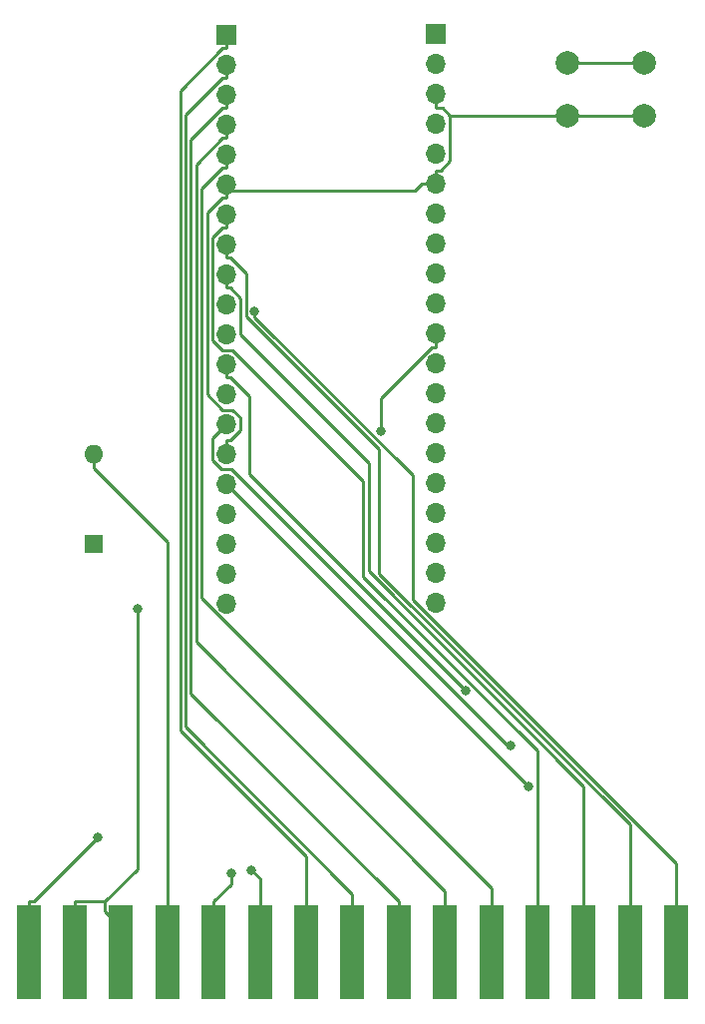
<source format=gbr>
%TF.GenerationSoftware,KiCad,Pcbnew,8.0.3*%
%TF.CreationDate,2024-07-04T23:27:00+02:00*%
%TF.ProjectId,PicoPAC,5069636f-5041-4432-9e6b-696361645f70,rev?*%
%TF.SameCoordinates,Original*%
%TF.FileFunction,Copper,L2,Bot*%
%TF.FilePolarity,Positive*%
%FSLAX46Y46*%
G04 Gerber Fmt 4.6, Leading zero omitted, Abs format (unit mm)*
G04 Created by KiCad (PCBNEW 8.0.3) date 2024-07-04 23:27:00*
%MOMM*%
%LPD*%
G01*
G04 APERTURE LIST*
%TA.AperFunction,ComponentPad*%
%ADD10R,1.700000X1.700000*%
%TD*%
%TA.AperFunction,ComponentPad*%
%ADD11O,1.700000X1.700000*%
%TD*%
%TA.AperFunction,ComponentPad*%
%ADD12C,2.000000*%
%TD*%
%TA.AperFunction,ComponentPad*%
%ADD13R,1.600000X1.600000*%
%TD*%
%TA.AperFunction,ComponentPad*%
%ADD14O,1.600000X1.600000*%
%TD*%
%TA.AperFunction,SMDPad,CuDef*%
%ADD15R,2.000000X8.000000*%
%TD*%
%TA.AperFunction,ViaPad*%
%ADD16C,0.800000*%
%TD*%
%TA.AperFunction,Conductor*%
%ADD17C,0.250000*%
%TD*%
%TA.AperFunction,Conductor*%
%ADD18C,1.000000*%
%TD*%
G04 APERTURE END LIST*
D10*
%TO.P,J3,1,Pin_1*%
%TO.N,unconnected-(J3-Pin_1-Pad1)*%
X61100000Y-56120000D03*
D11*
%TO.P,J3,2,Pin_2*%
%TO.N,Net-(D1-K)*%
X61100000Y-58660000D03*
%TO.P,J3,3,Pin_3*%
%TO.N,GND*%
X61100000Y-61200000D03*
%TO.P,J3,4,Pin_4*%
%TO.N,unconnected-(J3-Pin_4-Pad4)*%
X61100000Y-63740000D03*
%TO.P,J3,5,Pin_5*%
%TO.N,unconnected-(J3-Pin_5-Pad5)*%
X61100000Y-66280000D03*
%TO.P,J3,6,Pin_6*%
%TO.N,GND*%
X61100000Y-68820000D03*
%TO.P,J3,7,Pin_7*%
%TO.N,RST*%
X61100000Y-71360000D03*
%TO.P,J3,8,Pin_8*%
%TO.N,unconnected-(J3-Pin_8-Pad8)*%
X61100000Y-73900000D03*
%TO.P,J3,9,Pin_9*%
%TO.N,unconnected-(J3-Pin_9-Pad9)*%
X61100000Y-76440000D03*
%TO.P,J3,10,Pin_10*%
%TO.N,T0*%
X61100000Y-78980000D03*
%TO.P,J3,11,Pin_11*%
%TO.N,~{CS}*%
X61100000Y-81520000D03*
%TO.P,J3,12,Pin_12*%
%TO.N,GND*%
X61100000Y-84060000D03*
%TO.P,J3,13,Pin_13*%
%TO.N,unconnected-(J3-Pin_13-Pad13)*%
X61100000Y-86600000D03*
%TO.P,J3,14,Pin_14*%
%TO.N,CS*%
X61100000Y-89140000D03*
%TO.P,J3,15,Pin_15*%
%TO.N,~{WR}*%
X61100000Y-91680000D03*
%TO.P,J3,16,Pin_16*%
%TO.N,~{PSEN}*%
X61100000Y-94220000D03*
%TO.P,J3,17,Pin_17*%
%TO.N,D7*%
X61100000Y-96760000D03*
%TO.P,J3,18,Pin_18*%
%TO.N,D6*%
X61100000Y-99300000D03*
%TO.P,J3,19,Pin_19*%
%TO.N,D5*%
X61100000Y-101840000D03*
%TO.P,J3,20,Pin_20*%
%TO.N,D4*%
X61100000Y-104380000D03*
%TD*%
D10*
%TO.P,J2,1,Pin_1*%
%TO.N,A0*%
X43300000Y-56125000D03*
D11*
%TO.P,J2,2,Pin_2*%
%TO.N,A1*%
X43300000Y-58665000D03*
%TO.P,J2,3,Pin_3*%
%TO.N,A2*%
X43300000Y-61205000D03*
%TO.P,J2,4,Pin_4*%
%TO.N,A3*%
X43300000Y-63745000D03*
%TO.P,J2,5,Pin_5*%
%TO.N,A4*%
X43300000Y-66285000D03*
%TO.P,J2,6,Pin_6*%
%TO.N,GND*%
X43300000Y-68825000D03*
%TO.P,J2,7,Pin_7*%
%TO.N,A5*%
X43300000Y-71365000D03*
%TO.P,J2,8,Pin_8*%
%TO.N,A6*%
X43300000Y-73905000D03*
%TO.P,J2,9,Pin_9*%
%TO.N,A7*%
X43300000Y-76445000D03*
%TO.P,J2,10,Pin_10*%
%TO.N,A8*%
X43300000Y-78985000D03*
%TO.P,J2,11,Pin_11*%
%TO.N,A9*%
X43300000Y-81525000D03*
%TO.P,J2,12,Pin_12*%
%TO.N,A10*%
X43300000Y-84065000D03*
%TO.P,J2,13,Pin_13*%
%TO.N,A11*%
X43300000Y-86605000D03*
%TO.P,J2,14,Pin_14*%
%TO.N,A12*%
X43300000Y-89145000D03*
%TO.P,J2,15,Pin_15*%
%TO.N,GND*%
X43300000Y-91685000D03*
%TO.P,J2,16,Pin_16*%
%TO.N,A13*%
X43300000Y-94225000D03*
%TO.P,J2,17,Pin_17*%
%TO.N,D0*%
X43300000Y-96765000D03*
%TO.P,J2,18,Pin_18*%
%TO.N,D1*%
X43300000Y-99305000D03*
%TO.P,J2,19,Pin_19*%
%TO.N,D2*%
X43300000Y-101845000D03*
%TO.P,J2,20,Pin_20*%
%TO.N,D3*%
X43300000Y-104385000D03*
%TD*%
D12*
%TO.P,SW1,1,1*%
%TO.N,RST*%
X72275000Y-58525000D03*
X78775000Y-58525000D03*
%TO.P,SW1,2,2*%
%TO.N,GND*%
X72275000Y-63025000D03*
X78775000Y-63025000D03*
%TD*%
D13*
%TO.P,D1,1,K*%
%TO.N,Net-(D1-K)*%
X32015000Y-99375000D03*
D14*
%TO.P,D1,2,A*%
%TO.N,+5V*%
X32015000Y-91755000D03*
%TD*%
D15*
%TO.P,J1,A,#WR*%
%TO.N,~{WR}*%
X26500000Y-134000000D03*
%TO.P,J1,B,GND*%
%TO.N,GND*%
X30429000Y-134000000D03*
%TO.P,J1,C,GND*%
X34357000Y-134000000D03*
%TO.P,J1,D,5V*%
%TO.N,+5V*%
X38286000Y-134000000D03*
%TO.P,J1,E,#CS*%
%TO.N,~{CS}*%
X42214000Y-134000000D03*
%TO.P,J1,F,#PSEN*%
%TO.N,~{PSEN}*%
X46143000Y-134000000D03*
%TO.P,J1,G,A0*%
%TO.N,A0*%
X50071000Y-134000000D03*
%TO.P,J1,H,A1*%
%TO.N,A1*%
X54000000Y-134000000D03*
%TO.P,J1,J,A2*%
%TO.N,A2*%
X57929000Y-134000000D03*
%TO.P,J1,K,A3*%
%TO.N,A3*%
X61857000Y-134000000D03*
%TO.P,J1,L,A4*%
%TO.N,A4*%
X65786000Y-134000000D03*
%TO.P,J1,M,A5*%
%TO.N,A5*%
X69714000Y-134000000D03*
%TO.P,J1,N,A7*%
%TO.N,A7*%
X73643000Y-134000000D03*
%TO.P,J1,P,A6*%
%TO.N,A6*%
X77571000Y-134000000D03*
%TO.P,J1,R,A8*%
%TO.N,A8*%
X81500000Y-134000000D03*
%TD*%
D16*
%TO.N,~{WR}*%
X32385400Y-124231600D03*
%TO.N,A13*%
X68956600Y-119881600D03*
%TO.N,A8*%
X45702700Y-79611500D03*
%TO.N,A12*%
X67449900Y-116427600D03*
%TO.N,~{PSEN}*%
X45415700Y-127003600D03*
%TO.N,~{CS}*%
X43677400Y-127266100D03*
X56442500Y-89811600D03*
%TO.N,A10*%
X63575000Y-111780300D03*
%TO.N,GND*%
X35740200Y-104834500D03*
%TD*%
D17*
%TO.N,RST*%
X72275000Y-58525000D02*
X78775000Y-58525000D01*
%TO.N,~{WR}*%
X26500000Y-134000000D02*
X26500000Y-129673300D01*
X26943700Y-129673300D02*
X32385400Y-124231600D01*
X26500000Y-129673300D02*
X26943700Y-129673300D01*
%TO.N,A3*%
X43300000Y-63745000D02*
X43300000Y-64921700D01*
X42941900Y-64921700D02*
X43300000Y-64921700D01*
X40725600Y-67138000D02*
X42941900Y-64921700D01*
X40725600Y-107668400D02*
X40725600Y-67138000D01*
X61857000Y-128799800D02*
X40725600Y-107668400D01*
X61857000Y-134000000D02*
X61857000Y-128799800D01*
%TO.N,A13*%
X68956600Y-119881600D02*
X43300000Y-94225000D01*
%TO.N,A8*%
X81500000Y-126444200D02*
X81500000Y-134000000D01*
X59133200Y-104077400D02*
X81500000Y-126444200D01*
X59133200Y-93529900D02*
X59133200Y-104077400D01*
X45702700Y-80099400D02*
X59133200Y-93529900D01*
X45702700Y-79611500D02*
X45702700Y-80099400D01*
%TO.N,A12*%
X42115500Y-90329500D02*
X43300000Y-89145000D01*
X42115500Y-92209300D02*
X42115500Y-90329500D01*
X42858200Y-92952000D02*
X42115500Y-92209300D01*
X43707900Y-92952000D02*
X42858200Y-92952000D01*
X67183500Y-116427600D02*
X43707900Y-92952000D01*
X67449900Y-116427600D02*
X67183500Y-116427600D01*
%TO.N,~{PSEN}*%
X46143000Y-134000000D02*
X46143000Y-131000000D01*
X46143000Y-127730900D02*
X45415700Y-127003600D01*
X46143000Y-131000000D02*
X46143000Y-127730900D01*
%TO.N,A4*%
X43300000Y-66285000D02*
X43300000Y-67461700D01*
X42918500Y-67461700D02*
X43300000Y-67461700D01*
X41177300Y-69202900D02*
X42918500Y-67461700D01*
X41177300Y-103926500D02*
X41177300Y-69202900D01*
X65786000Y-128535200D02*
X41177300Y-103926500D01*
X65786000Y-134000000D02*
X65786000Y-128535200D01*
%TO.N,A6*%
X43300000Y-73905000D02*
X43300000Y-75081700D01*
X77571000Y-134000000D02*
X77571000Y-129673300D01*
X77571000Y-123167800D02*
X77571000Y-129673300D01*
X56278900Y-101875700D02*
X77571000Y-123167800D01*
X56278900Y-91321200D02*
X56278900Y-101875700D01*
X44976000Y-80018300D02*
X56278900Y-91321200D01*
X44976000Y-76394100D02*
X44976000Y-80018300D01*
X43663600Y-75081700D02*
X44976000Y-76394100D01*
X43300000Y-75081700D02*
X43663600Y-75081700D01*
%TO.N,A7*%
X43300000Y-76445000D02*
X43300000Y-77621700D01*
X73643000Y-119932900D02*
X73643000Y-134000000D01*
X55375600Y-101665500D02*
X73643000Y-119932900D01*
X55375600Y-92452800D02*
X55375600Y-101665500D01*
X44501000Y-81578200D02*
X55375600Y-92452800D01*
X44501000Y-78521800D02*
X44501000Y-81578200D01*
X43600900Y-77621700D02*
X44501000Y-78521800D01*
X43300000Y-77621700D02*
X43600900Y-77621700D01*
%TO.N,A1*%
X54000000Y-134000000D02*
X54000000Y-131000000D01*
X43300000Y-58665000D02*
X43300000Y-59841700D01*
X42934300Y-59841700D02*
X43300000Y-59841700D01*
X39819200Y-62956800D02*
X42934300Y-59841700D01*
X39819200Y-114855200D02*
X39819200Y-62956800D01*
X54000000Y-129036000D02*
X39819200Y-114855200D01*
X54000000Y-131000000D02*
X54000000Y-129036000D01*
%TO.N,~{CS}*%
X43677400Y-128209900D02*
X43677400Y-127266100D01*
X42214000Y-129673300D02*
X43677400Y-128209900D01*
X60732300Y-82696700D02*
X61100000Y-82696700D01*
X56442500Y-86986500D02*
X60732300Y-82696700D01*
X56442500Y-89811600D02*
X56442500Y-86986500D01*
X61100000Y-81520000D02*
X61100000Y-82696700D01*
X42214000Y-134000000D02*
X42214000Y-129673300D01*
%TO.N,A2*%
X57929000Y-134000000D02*
X57929000Y-129673300D01*
X43300000Y-61205000D02*
X43300000Y-62381700D01*
X42932300Y-62381700D02*
X43300000Y-62381700D01*
X40271700Y-65042300D02*
X42932300Y-62381700D01*
X40271700Y-112016000D02*
X40271700Y-65042300D01*
X57929000Y-129673300D02*
X40271700Y-112016000D01*
%TO.N,A5*%
X43300000Y-71365000D02*
X43300000Y-72541700D01*
X69713900Y-129673300D02*
X69714000Y-129673300D01*
X69713900Y-116891400D02*
X69713900Y-129673300D01*
X54919300Y-102096800D02*
X69713900Y-116891400D01*
X54919300Y-94020100D02*
X54919300Y-102096800D01*
X43787500Y-82888300D02*
X54919300Y-94020100D01*
X42931500Y-82888300D02*
X43787500Y-82888300D01*
X42123300Y-82080100D02*
X42931500Y-82888300D01*
X42123300Y-73350600D02*
X42123300Y-82080100D01*
X42932200Y-72541700D02*
X42123300Y-73350600D01*
X43300000Y-72541700D02*
X42932200Y-72541700D01*
X69714000Y-134000000D02*
X69714000Y-129673300D01*
%TO.N,A0*%
X50071000Y-134000000D02*
X50071000Y-131000000D01*
X42932300Y-57301700D02*
X43300000Y-57301700D01*
X39367500Y-60866500D02*
X42932300Y-57301700D01*
X39367500Y-115145700D02*
X39367500Y-60866500D01*
X50071000Y-125849200D02*
X39367500Y-115145700D01*
X50071000Y-131000000D02*
X50071000Y-125849200D01*
X43300000Y-56125000D02*
X43300000Y-57301700D01*
%TO.N,A10*%
X43300000Y-84065000D02*
X43300000Y-85241700D01*
X45243000Y-93448300D02*
X63575000Y-111780300D01*
X45243000Y-86817000D02*
X45243000Y-93448300D01*
X43667700Y-85241700D02*
X45243000Y-86817000D01*
X43300000Y-85241700D02*
X43667700Y-85241700D01*
%TO.N,GND*%
X43300000Y-91685000D02*
X43300000Y-90508300D01*
X30429000Y-134000000D02*
X30429000Y-129673300D01*
D18*
X34400000Y-131937500D02*
X34400000Y-131250000D01*
D17*
X61100000Y-68820000D02*
X61100000Y-67643300D01*
X62276700Y-66834400D02*
X62276700Y-63025000D01*
X61467800Y-67643300D02*
X62276700Y-66834400D01*
X61100000Y-67643300D02*
X61467800Y-67643300D01*
X61628400Y-62376700D02*
X61100000Y-62376700D01*
X62276700Y-63025000D02*
X61628400Y-62376700D01*
X61100000Y-61200000D02*
X61100000Y-62376700D01*
X43300000Y-68825000D02*
X43300000Y-69413300D01*
X43300000Y-69413300D02*
X43300000Y-70001700D01*
X59330000Y-69413300D02*
X59923300Y-68820000D01*
X43300000Y-69413300D02*
X59330000Y-69413300D01*
X61100000Y-68820000D02*
X59923300Y-68820000D01*
X62276700Y-63025000D02*
X72275000Y-63025000D01*
X72275000Y-63025000D02*
X78775000Y-63025000D01*
X30429000Y-129673300D02*
X32984300Y-129673300D01*
X32984300Y-130521800D02*
X34400000Y-131937500D01*
X32984300Y-129673300D02*
X32984300Y-130521800D01*
X35740200Y-126917400D02*
X35740200Y-104834500D01*
X32984300Y-129673300D02*
X35740200Y-126917400D01*
X42932300Y-70001700D02*
X43300000Y-70001700D01*
X41671300Y-71262700D02*
X42932300Y-70001700D01*
X41671300Y-86645100D02*
X41671300Y-71262700D01*
X42994500Y-87968300D02*
X41671300Y-86645100D01*
X43826500Y-87968300D02*
X42994500Y-87968300D01*
X44476700Y-88618500D02*
X43826500Y-87968300D01*
X44476700Y-89699400D02*
X44476700Y-88618500D01*
X43667800Y-90508300D02*
X44476700Y-89699400D01*
X43300000Y-90508300D02*
X43667800Y-90508300D01*
D18*
X34400000Y-134000000D02*
X34400000Y-132968700D01*
X34400000Y-132968700D02*
X34400000Y-131937500D01*
D17*
X34357000Y-133011700D02*
X34357000Y-134000000D01*
X34400000Y-132968700D02*
X34357000Y-133011700D01*
%TO.N,+5V*%
X32015000Y-91755000D02*
X32015000Y-92881700D01*
X38320000Y-99186700D02*
X38320000Y-131250000D01*
X32015000Y-92881700D02*
X38320000Y-99186700D01*
D18*
X38320000Y-134000000D02*
X38320000Y-132625000D01*
X38320000Y-132625000D02*
X38320000Y-131250000D01*
D17*
X38286000Y-132659000D02*
X38286000Y-134000000D01*
X38320000Y-132625000D02*
X38286000Y-132659000D01*
%TD*%
M02*

</source>
